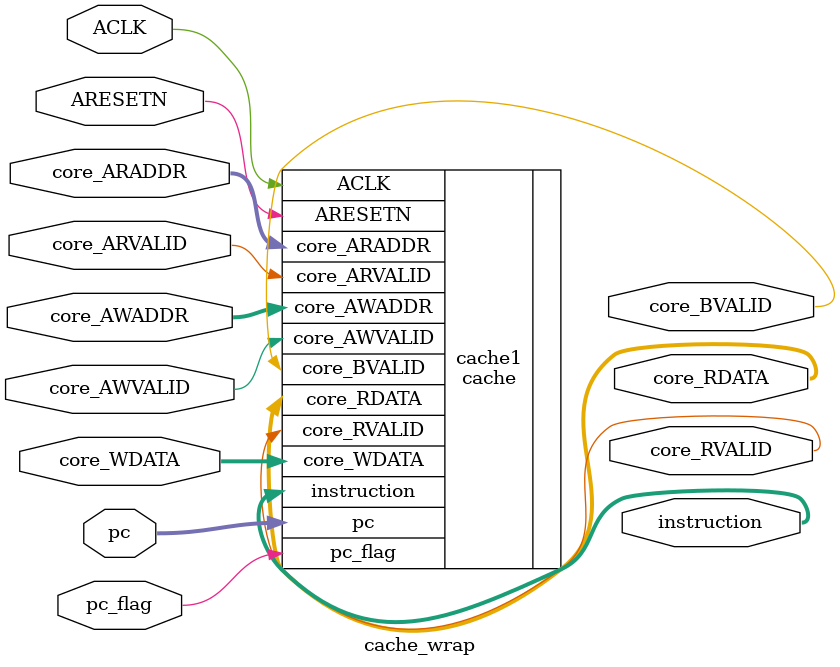
<source format=v>
`timescale 1ns/1ps
`default_nettype none

module cache_wrap #
  (
    parameter  C_M_AXI_THREAD_ID_WIDTH       = 1,
    parameter  C_M_AXI_ADDR_WIDTH            = 27, //address_width
    parameter  C_M_AXI_DATA_WIDTH            = 32, //data

    parameter  C_M_AXI_BURST_LEN = 1,

    parameter  CORE_ADDR_WIDTH = 32,
    parameter  CORE_DATA_WIDTH = 32
   )
  (
    // System Signals
    input wire 	      ACLK,
    input wire 	      ARESETN,

    //core interface axi4litelite
  //inst
    input wire [CORE_ADDR_WIDTH-1:0] 	     pc,
    input wire                               pc_flag,
    output wire [CORE_DATA_WIDTH-1:0] 	     instruction,

	//AR
	input wire [CORE_ADDR_WIDTH-1:0] 	     core_ARADDR,
	input wire 				 			     core_ARVALID,

    //R
	output wire [CORE_DATA_WIDTH-1:0] 	     core_RDATA,
    output wire 				 			 core_RVALID,

    //AW
	input wire [CORE_ADDR_WIDTH-1:0]         core_AWADDR,
	input wire 				 			     core_AWVALID,

    //W
	input wire [CORE_DATA_WIDTH-1:0] 	     core_WDATA,

    //B
    output wire 				    	     core_BVALID
    );

    cache
  #(C_M_AXI_THREAD_ID_WIDTH,C_M_AXI_ADDR_WIDTH,C_M_AXI_DATA_WIDTH,
  C_M_AXI_BURST_LEN,CORE_ADDR_WIDTH,CORE_DATA_WIDTH) 
  cache1 (
    .ACLK     (ACLK),
    .ARESETN      (ARESETN),
    .pc (pc),
    .pc_flag (pc_flag),
    .instruction (instruction),
    .core_ARADDR      (core_ARADDR),
    .core_ARVALID (core_ARVALID),
    .core_RDATA           (core_RDATA),
    .core_RVALID         (core_RVALID),
    .core_AWADDR      (core_AWADDR),
    .core_AWVALID      (core_AWVALID),
    .core_WDATA (core_WDATA),
    .core_BVALID       (core_BVALID)
  );

endmodule

`default_nettype wire
</source>
